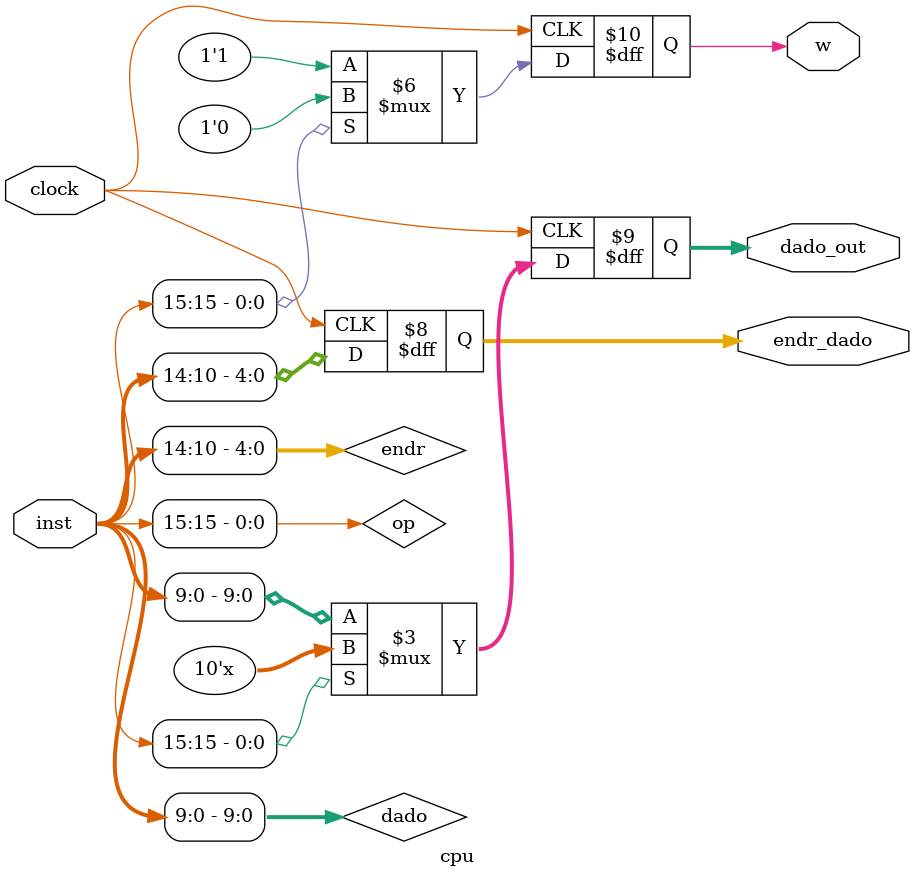
<source format=v>
/*
inst:
| op (1 bit) | endr (5 bits) | dado (10 bits) |

op:
1 -> ler 
0 -> escrever
*/

module cpu(input clock, input [15:0] inst, output reg [4:0] endr_dado, output reg [9:0] dado_out, output reg w);

	wire op;
	wire [4:0] endr;
	wire [9:0] dado;
	
	assign op = inst[15];
	assign endr = inst[14:10];
	assign dado = inst[9:0];

	always @(posedge clock) begin
		endr_dado = endr;
		if(op) begin // ler
			w = 1'b0;
			dado_out = 10'bXXXXXXXXXX;
		end else begin 
			w = 1'b1;
			dado_out = dado;
		end
	end
	
endmodule
</source>
